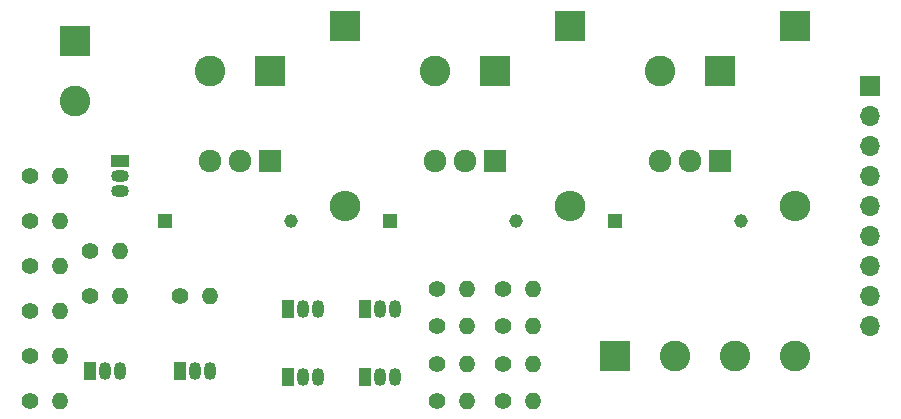
<source format=gbr>
%TF.GenerationSoftware,KiCad,Pcbnew,(5.1.9)-1*%
%TF.CreationDate,2021-10-09T19:01:39-07:00*%
%TF.ProjectId,HVAC Moisture Recovery system,48564143-204d-46f6-9973-747572652052,rev?*%
%TF.SameCoordinates,Original*%
%TF.FileFunction,Soldermask,Bot*%
%TF.FilePolarity,Negative*%
%FSLAX46Y46*%
G04 Gerber Fmt 4.6, Leading zero omitted, Abs format (unit mm)*
G04 Created by KiCad (PCBNEW (5.1.9)-1) date 2021-10-09 19:01:39*
%MOMM*%
%LPD*%
G01*
G04 APERTURE LIST*
%ADD10C,1.150000*%
%ADD11R,1.150000X1.150000*%
%ADD12C,1.920000*%
%ADD13R,1.920000X1.920000*%
%ADD14C,2.600000*%
%ADD15R,2.600000X2.600000*%
%ADD16O,1.700000X1.700000*%
%ADD17R,1.700000X1.700000*%
%ADD18O,1.400000X1.400000*%
%ADD19C,1.400000*%
%ADD20R,1.050000X1.500000*%
%ADD21O,1.050000X1.500000*%
%ADD22R,1.500000X1.050000*%
%ADD23O,1.500000X1.050000*%
%ADD24O,2.600000X2.600000*%
G04 APERTURE END LIST*
D10*
%TO.C,Z3*%
X146590000Y-133350000D03*
D11*
X135890000Y-133350000D03*
%TD*%
D10*
%TO.C,Z2*%
X127540000Y-133350000D03*
D11*
X116840000Y-133350000D03*
%TD*%
D10*
%TO.C,Z1*%
X108490000Y-133350000D03*
D11*
X97790000Y-133350000D03*
%TD*%
D12*
%TO.C,Q6*%
X139700000Y-128270000D03*
X142240000Y-128270000D03*
D13*
X144780000Y-128270000D03*
%TD*%
D12*
%TO.C,Q4*%
X120650000Y-128270000D03*
X123190000Y-128270000D03*
D13*
X125730000Y-128270000D03*
%TD*%
D12*
%TO.C,Q2*%
X101600000Y-128270000D03*
X104140000Y-128270000D03*
D13*
X106680000Y-128270000D03*
%TD*%
D14*
%TO.C,J2*%
X90170000Y-123190000D03*
D15*
X90170000Y-118110000D03*
%TD*%
D16*
%TO.C,J4*%
X157480000Y-142240000D03*
X157480000Y-139700000D03*
X157480000Y-137160000D03*
X157480000Y-134620000D03*
X157480000Y-132080000D03*
X157480000Y-129540000D03*
X157480000Y-127000000D03*
X157480000Y-124460000D03*
D17*
X157480000Y-121920000D03*
%TD*%
D14*
%TO.C,J1*%
X151130000Y-144780000D03*
X146050000Y-144780000D03*
X140970000Y-144780000D03*
D15*
X135890000Y-144780000D03*
%TD*%
D18*
%TO.C,R17*%
X129000000Y-148610000D03*
D19*
X126460000Y-148610000D03*
%TD*%
D18*
%TO.C,R16*%
X129000000Y-145460000D03*
D19*
X126460000Y-145460000D03*
%TD*%
D18*
%TO.C,R15*%
X123410000Y-148610000D03*
D19*
X120870000Y-148610000D03*
%TD*%
D18*
%TO.C,R14*%
X129000000Y-142310000D03*
D19*
X126460000Y-142310000D03*
%TD*%
D18*
%TO.C,R13*%
X123410000Y-145460000D03*
D19*
X120870000Y-145460000D03*
%TD*%
D18*
%TO.C,R12*%
X129000000Y-139160000D03*
D19*
X126460000Y-139160000D03*
%TD*%
D18*
%TO.C,R11*%
X123410000Y-142310000D03*
D19*
X120870000Y-142310000D03*
%TD*%
D18*
%TO.C,R10*%
X123410000Y-139160000D03*
D19*
X120870000Y-139160000D03*
%TD*%
D18*
%TO.C,R9*%
X88900000Y-148590000D03*
D19*
X86360000Y-148590000D03*
%TD*%
D18*
%TO.C,R8*%
X88900000Y-144780000D03*
D19*
X86360000Y-144780000D03*
%TD*%
D18*
%TO.C,R7*%
X88900000Y-140970000D03*
D19*
X86360000Y-140970000D03*
%TD*%
D18*
%TO.C,R6*%
X101600000Y-139700000D03*
D19*
X99060000Y-139700000D03*
%TD*%
D18*
%TO.C,R5*%
X93980000Y-139700000D03*
D19*
X91440000Y-139700000D03*
%TD*%
D18*
%TO.C,R4*%
X93980000Y-135890000D03*
D19*
X91440000Y-135890000D03*
%TD*%
D18*
%TO.C,R3*%
X88900000Y-137160000D03*
D19*
X86360000Y-137160000D03*
%TD*%
D18*
%TO.C,R2*%
X88900000Y-133350000D03*
D19*
X86360000Y-133350000D03*
%TD*%
D18*
%TO.C,R1*%
X88900000Y-129540000D03*
D19*
X86360000Y-129540000D03*
%TD*%
D20*
%TO.C,Q10*%
X114770000Y-140840000D03*
D21*
X117310000Y-140840000D03*
X116040000Y-140840000D03*
%TD*%
D20*
%TO.C,Q9*%
X114770000Y-146630000D03*
D21*
X117310000Y-146630000D03*
X116040000Y-146630000D03*
%TD*%
D20*
%TO.C,Q8*%
X108260000Y-140840000D03*
D21*
X110800000Y-140840000D03*
X109530000Y-140840000D03*
%TD*%
D20*
%TO.C,Q7*%
X108260000Y-146630000D03*
D21*
X110800000Y-146630000D03*
X109530000Y-146630000D03*
%TD*%
D20*
%TO.C,Q5*%
X91440000Y-146050000D03*
D21*
X93980000Y-146050000D03*
X92710000Y-146050000D03*
%TD*%
D20*
%TO.C,Q3*%
X99060000Y-146050000D03*
D21*
X101600000Y-146050000D03*
X100330000Y-146050000D03*
%TD*%
D22*
%TO.C,Q1*%
X93980000Y-128270000D03*
D23*
X93980000Y-130810000D03*
X93980000Y-129540000D03*
%TD*%
D14*
%TO.C,J6*%
X139700000Y-120650000D03*
D15*
X144780000Y-120650000D03*
%TD*%
D14*
%TO.C,J5*%
X120650000Y-120650000D03*
D15*
X125730000Y-120650000D03*
%TD*%
D14*
%TO.C,J3*%
X101600000Y-120650000D03*
D15*
X106680000Y-120650000D03*
%TD*%
D24*
%TO.C,D3*%
X151130000Y-132080000D03*
D15*
X151130000Y-116840000D03*
%TD*%
D24*
%TO.C,D2*%
X132080000Y-132080000D03*
D15*
X132080000Y-116840000D03*
%TD*%
D24*
%TO.C,D1*%
X113030000Y-132080000D03*
D15*
X113030000Y-116840000D03*
%TD*%
M02*

</source>
